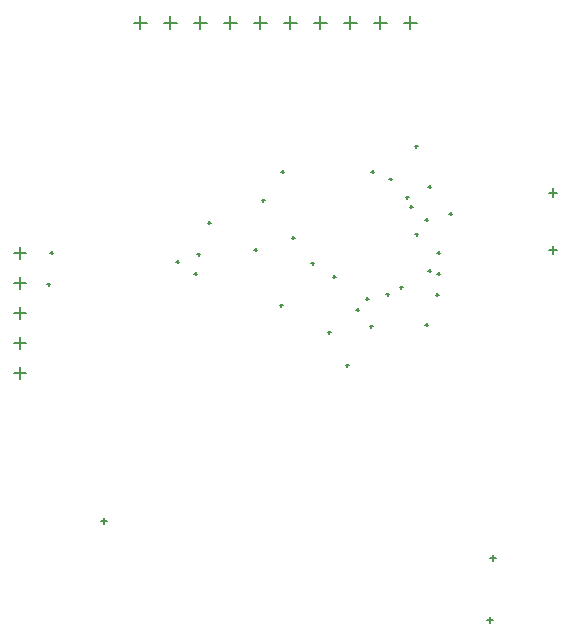
<source format=gbr>
G04*
G04 #@! TF.GenerationSoftware,Altium Limited,Altium Designer,24.0.1 (36)*
G04*
G04 Layer_Color=128*
%FSLAX25Y25*%
%MOIN*%
G70*
G04*
G04 #@! TF.SameCoordinates,852D5C1C-0582-447D-AFC5-A22B4F0E1159*
G04*
G04*
G04 #@! TF.FilePolarity,Positive*
G04*
G01*
G75*
%ADD13C,0.00500*%
D13*
X211100Y205787D02*
X213900D01*
X212500Y204387D02*
Y207187D01*
X211100Y225000D02*
X213900D01*
X212500Y223600D02*
Y226400D01*
X32992Y165000D02*
X37008D01*
X35000Y162992D02*
Y167008D01*
X32992Y175000D02*
X37008D01*
X35000Y172992D02*
Y177008D01*
X32992Y185000D02*
X37008D01*
X35000Y182992D02*
Y187008D01*
X32992Y195000D02*
X37008D01*
X35000Y192992D02*
Y197008D01*
X32992Y205000D02*
X37008D01*
X35000Y202992D02*
Y207008D01*
X122835Y281594D02*
X127165D01*
X125000Y279429D02*
Y283760D01*
X112835Y281594D02*
X117165D01*
X115000Y279429D02*
Y283760D01*
X102835Y281594D02*
X107165D01*
X105000Y279429D02*
Y283760D01*
X82835Y281594D02*
X87165D01*
X85000Y279429D02*
Y283760D01*
X72835Y281594D02*
X77165D01*
X75000Y279429D02*
Y283760D01*
X92835Y281594D02*
X97165D01*
X95000Y279429D02*
Y283760D01*
X132835Y281594D02*
X137165D01*
X135000Y279429D02*
Y283760D01*
X142835Y281594D02*
X147165D01*
X145000Y279429D02*
Y283760D01*
X152835Y281594D02*
X157165D01*
X155000Y279429D02*
Y283760D01*
X162835Y281594D02*
X167165D01*
X165000Y279429D02*
Y283760D01*
X139091Y196916D02*
X140076D01*
X139584Y196424D02*
Y197409D01*
X121508Y187500D02*
X122492D01*
X122000Y187008D02*
Y187992D01*
X150185Y189614D02*
X151169D01*
X150677Y189122D02*
Y190106D01*
X147008Y186000D02*
X147992D01*
X147500Y185508D02*
Y186492D01*
X151508Y180500D02*
X152492D01*
X152000Y180008D02*
Y180992D01*
X137508Y178500D02*
X138492D01*
X138000Y178008D02*
Y178992D01*
X169894Y181000D02*
X170878D01*
X170386Y180508D02*
Y181492D01*
X171008Y199000D02*
X171992D01*
X171500Y198508D02*
Y199492D01*
X174008Y198000D02*
X174992D01*
X174500Y197508D02*
Y198492D01*
X161508Y193500D02*
X162492D01*
X162000Y193008D02*
Y193992D01*
X157008Y191114D02*
X157992D01*
X157500Y190622D02*
Y191606D01*
X157995Y229513D02*
X158979D01*
X158487Y229021D02*
Y230005D01*
X170008Y216000D02*
X170992D01*
X170500Y215508D02*
Y216492D01*
X178008Y218000D02*
X178992D01*
X178500Y217508D02*
Y218492D01*
X171008Y227000D02*
X171992D01*
X171500Y226508D02*
Y227492D01*
X152008Y232000D02*
X152992D01*
X152500Y231508D02*
Y232492D01*
X166508Y240500D02*
X167492D01*
X167000Y240008D02*
Y240992D01*
X163508Y223500D02*
X164492D01*
X164000Y223008D02*
Y223992D01*
X115508Y222500D02*
X116492D01*
X116000Y222008D02*
Y222992D01*
X190500Y82500D02*
X192500D01*
X191500Y81500D02*
Y83500D01*
Y103184D02*
X193500D01*
X192500Y102184D02*
Y104184D01*
X62000Y115500D02*
X64000D01*
X63000Y114500D02*
Y116500D01*
X174008Y205000D02*
X174992D01*
X174500Y204508D02*
Y205492D01*
X166694Y211102D02*
X167679D01*
X167187Y210610D02*
Y211594D01*
X164733Y220225D02*
X165717D01*
X165225Y219733D02*
Y220717D01*
X132008Y201414D02*
X132992D01*
X132500Y200922D02*
Y201906D01*
X87008Y202000D02*
X87992D01*
X87500Y201508D02*
Y202492D01*
X93008Y198000D02*
X93992D01*
X93500Y197508D02*
Y198492D01*
X94008Y204500D02*
X94992D01*
X94500Y204008D02*
Y204992D01*
X44008Y194500D02*
X44992D01*
X44500Y194008D02*
Y194992D01*
X45008Y205000D02*
X45992D01*
X45500Y204508D02*
Y205492D01*
X113008Y206000D02*
X113992D01*
X113500Y205508D02*
Y206492D01*
X143508Y167500D02*
X144492D01*
X144000Y167008D02*
Y167992D01*
X125508Y210000D02*
X126492D01*
X126000Y209508D02*
Y210492D01*
X122008Y232000D02*
X122992D01*
X122500Y231508D02*
Y232492D01*
X97508Y215000D02*
X98492D01*
X98000Y214508D02*
Y215492D01*
X173508Y191000D02*
X174492D01*
X174000Y190508D02*
Y191492D01*
M02*

</source>
